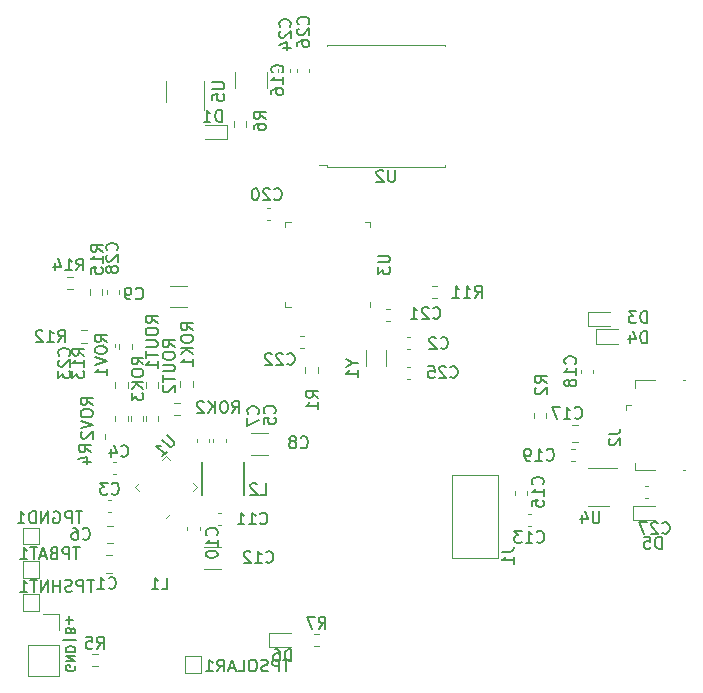
<source format=gbr>
%TF.GenerationSoftware,KiCad,Pcbnew,(5.1.10)-1*%
%TF.CreationDate,2021-11-23T09:49:32-07:00*%
%TF.ProjectId,SolarGPS,536f6c61-7247-4505-932e-6b696361645f,rev?*%
%TF.SameCoordinates,Original*%
%TF.FileFunction,Legend,Bot*%
%TF.FilePolarity,Positive*%
%FSLAX46Y46*%
G04 Gerber Fmt 4.6, Leading zero omitted, Abs format (unit mm)*
G04 Created by KiCad (PCBNEW (5.1.10)-1) date 2021-11-23 09:49:32*
%MOMM*%
%LPD*%
G01*
G04 APERTURE LIST*
%ADD10C,0.150000*%
%ADD11C,0.120000*%
G04 APERTURE END LIST*
D10*
X54550000Y-112135714D02*
X54588095Y-112211904D01*
X54588095Y-112326190D01*
X54550000Y-112440476D01*
X54473809Y-112516666D01*
X54397619Y-112554761D01*
X54245238Y-112592857D01*
X54130952Y-112592857D01*
X53978571Y-112554761D01*
X53902380Y-112516666D01*
X53826190Y-112440476D01*
X53788095Y-112326190D01*
X53788095Y-112250000D01*
X53826190Y-112135714D01*
X53864285Y-112097619D01*
X54130952Y-112097619D01*
X54130952Y-112250000D01*
X53788095Y-111754761D02*
X54588095Y-111754761D01*
X53788095Y-111297619D01*
X54588095Y-111297619D01*
X53788095Y-110916666D02*
X54588095Y-110916666D01*
X54588095Y-110726190D01*
X54550000Y-110611904D01*
X54473809Y-110535714D01*
X54397619Y-110497619D01*
X54245238Y-110459523D01*
X54130952Y-110459523D01*
X53978571Y-110497619D01*
X53902380Y-110535714D01*
X53826190Y-110611904D01*
X53788095Y-110726190D01*
X53788095Y-110916666D01*
X53521428Y-109926190D02*
X54664285Y-109926190D01*
X54207142Y-109088095D02*
X54169047Y-108973809D01*
X54130952Y-108935714D01*
X54054761Y-108897619D01*
X53940476Y-108897619D01*
X53864285Y-108935714D01*
X53826190Y-108973809D01*
X53788095Y-109050000D01*
X53788095Y-109354761D01*
X54588095Y-109354761D01*
X54588095Y-109088095D01*
X54550000Y-109011904D01*
X54511904Y-108973809D01*
X54435714Y-108935714D01*
X54359523Y-108935714D01*
X54283333Y-108973809D01*
X54245238Y-109011904D01*
X54207142Y-109088095D01*
X54207142Y-109354761D01*
X54092857Y-108554761D02*
X54092857Y-107945238D01*
X53788095Y-108250000D02*
X54397619Y-108250000D01*
D11*
%TO.C,U5*%
X62240000Y-64400000D02*
X62240000Y-62600000D01*
X65460000Y-62600000D02*
X65460000Y-65050000D01*
%TO.C,R7*%
X75262258Y-110472500D02*
X74787742Y-110472500D01*
X75262258Y-109427500D02*
X74787742Y-109427500D01*
%TO.C,D6*%
X72850000Y-109350000D02*
X71000000Y-109350000D01*
X72850000Y-110550000D02*
X71000000Y-110550000D01*
X71000000Y-110550000D02*
X71000000Y-109350000D01*
%TO.C,U4*%
X98000000Y-95340000D02*
X100450000Y-95340000D01*
X99800000Y-98560000D02*
X98000000Y-98560000D01*
%TO.C,J2*%
X101240000Y-90015000D02*
X101630000Y-90015000D01*
X101240000Y-90015000D02*
X101240000Y-90465000D01*
X101940000Y-95585000D02*
X101940000Y-94935000D01*
X103670000Y-95585000D02*
X101940000Y-95585000D01*
X106240000Y-87965000D02*
X106030000Y-87965000D01*
X106240000Y-95585000D02*
X106030000Y-95585000D01*
X103670000Y-87965000D02*
X101940000Y-87965000D01*
X101940000Y-87965000D02*
X101940000Y-88625000D01*
%TO.C,D5*%
X103650000Y-98600000D02*
X101800000Y-98600000D01*
X103650000Y-99800000D02*
X101800000Y-99800000D01*
X101800000Y-99800000D02*
X101800000Y-98600000D01*
%TO.C,D4*%
X100500000Y-83650000D02*
X98650000Y-83650000D01*
X100500000Y-84850000D02*
X98650000Y-84850000D01*
X98650000Y-84850000D02*
X98650000Y-83650000D01*
%TO.C,D3*%
X99850000Y-82150000D02*
X98000000Y-82150000D01*
X99850000Y-83350000D02*
X98000000Y-83350000D01*
X98000000Y-83350000D02*
X98000000Y-82150000D01*
%TO.C,C27*%
X102834420Y-96890000D02*
X103115580Y-96890000D01*
X102834420Y-97910000D02*
X103115580Y-97910000D01*
%TO.C,C19*%
X96865580Y-94760000D02*
X96584420Y-94760000D01*
X96865580Y-93740000D02*
X96584420Y-93740000D01*
%TO.C,C17*%
X96638748Y-91715000D02*
X97161252Y-91715000D01*
X96638748Y-93185000D02*
X97161252Y-93185000D01*
%TO.C,U3*%
X79560000Y-75015000D02*
X79560000Y-74540000D01*
X79560000Y-74540000D02*
X79085000Y-74540000D01*
X72340000Y-81285000D02*
X72340000Y-81760000D01*
X72340000Y-81760000D02*
X72815000Y-81760000D01*
X72340000Y-75015000D02*
X72340000Y-74540000D01*
X72340000Y-74540000D02*
X72815000Y-74540000D01*
X79560000Y-81285000D02*
X79560000Y-81760000D01*
%TO.C,D1*%
X65550000Y-67500000D02*
X67400000Y-67500000D01*
X65550000Y-66300000D02*
X67400000Y-66300000D01*
X67400000Y-66300000D02*
X67400000Y-67500000D01*
%TO.C,R6*%
X69072500Y-66037742D02*
X69072500Y-66512258D01*
X68027500Y-66037742D02*
X68027500Y-66512258D01*
%TO.C,C16*%
X68090000Y-63236252D02*
X68090000Y-61813748D01*
X70810000Y-63236252D02*
X70810000Y-61813748D01*
%TO.C,TPGND1*%
X51550000Y-101850000D02*
X51550000Y-100450000D01*
X51550000Y-100450000D02*
X50150000Y-100450000D01*
X50150000Y-100450000D02*
X50150000Y-101850000D01*
X50150000Y-101850000D02*
X51550000Y-101850000D01*
%TO.C,TPSHNT1*%
X51550000Y-107450000D02*
X51550000Y-106050000D01*
X51550000Y-106050000D02*
X50150000Y-106050000D01*
X50150000Y-106050000D02*
X50150000Y-107450000D01*
X50150000Y-107450000D02*
X51550000Y-107450000D01*
%TO.C,R5*%
X56487258Y-111127500D02*
X56012742Y-111127500D01*
X56487258Y-112172500D02*
X56012742Y-112172500D01*
%TO.C,C14*%
X53230000Y-112970000D02*
X50570000Y-112970000D01*
X53230000Y-110370000D02*
X53230000Y-112970000D01*
X50570000Y-110370000D02*
X50570000Y-112970000D01*
X53230000Y-110370000D02*
X50570000Y-110370000D01*
X53230000Y-109100000D02*
X53230000Y-107770000D01*
X53230000Y-107770000D02*
X51900000Y-107770000D01*
%TO.C,TPBAT1*%
X51550000Y-104650000D02*
X51550000Y-103250000D01*
X51550000Y-103250000D02*
X50150000Y-103250000D01*
X50150000Y-103250000D02*
X50150000Y-104650000D01*
X50150000Y-104650000D02*
X51550000Y-104650000D01*
%TO.C,TPSOLAR1*%
X65250000Y-111300000D02*
X63850000Y-111300000D01*
X63850000Y-111300000D02*
X63850000Y-112700000D01*
X63850000Y-112700000D02*
X65250000Y-112700000D01*
X65250000Y-112700000D02*
X65250000Y-111300000D01*
%TO.C,J1*%
X90400000Y-96000000D02*
X86500000Y-96000000D01*
X86500000Y-96000000D02*
X86500000Y-103000000D01*
X90400000Y-103000000D02*
X90400000Y-96000000D01*
X90400000Y-103000000D02*
X86500000Y-103000000D01*
%TO.C,Y1*%
X80925000Y-85425000D02*
X80925000Y-86775000D01*
X79175000Y-85425000D02*
X79175000Y-86775000D01*
%TO.C,U2*%
X75940000Y-69860000D02*
X85860000Y-69860000D01*
X75940000Y-59540000D02*
X85860000Y-59540000D01*
X85860000Y-59690000D02*
X85860000Y-59540000D01*
X75940000Y-59690000D02*
X75940000Y-59540000D01*
X85860000Y-69860000D02*
X85860000Y-69710000D01*
X75940000Y-69860000D02*
X75940000Y-69710000D01*
X75250000Y-69710000D02*
X75940000Y-69710000D01*
%TO.C,U1*%
X64594562Y-97335876D02*
X64930437Y-97000000D01*
X64930437Y-97000000D02*
X64594562Y-96664124D01*
X60005438Y-96664124D02*
X59669563Y-97000000D01*
X59669563Y-97000000D02*
X60005438Y-97335876D01*
X61964124Y-94705438D02*
X62300000Y-94369563D01*
X62300000Y-94369563D02*
X62635876Y-94705438D01*
X62635876Y-99294562D02*
X62300000Y-99630437D01*
%TO.C,ROV2*%
X59022500Y-91437258D02*
X59022500Y-90962742D01*
X57977500Y-91437258D02*
X57977500Y-90962742D01*
%TO.C,ROV1*%
X59022500Y-88612258D02*
X59022500Y-88137742D01*
X57977500Y-88612258D02*
X57977500Y-88137742D01*
%TO.C,ROUT2*%
X61622500Y-91437258D02*
X61622500Y-90962742D01*
X60577500Y-91437258D02*
X60577500Y-90962742D01*
%TO.C,ROUT1*%
X61622500Y-88612258D02*
X61622500Y-88137742D01*
X60577500Y-88612258D02*
X60577500Y-88137742D01*
%TO.C,ROK3*%
X60322500Y-91437258D02*
X60322500Y-90962742D01*
X59277500Y-91437258D02*
X59277500Y-90962742D01*
%TO.C,ROK2*%
X62962742Y-90922500D02*
X63437258Y-90922500D01*
X62962742Y-89877500D02*
X63437258Y-89877500D01*
%TO.C,ROK1*%
X64522500Y-88512258D02*
X64522500Y-88037742D01*
X63477500Y-88512258D02*
X63477500Y-88037742D01*
%TO.C,R15*%
X56872500Y-80737258D02*
X56872500Y-80262742D01*
X55827500Y-80737258D02*
X55827500Y-80262742D01*
%TO.C,R14*%
X54387258Y-79177500D02*
X53912742Y-79177500D01*
X54387258Y-80222500D02*
X53912742Y-80222500D01*
%TO.C,R13*%
X59372500Y-85312258D02*
X59372500Y-84837742D01*
X58327500Y-85312258D02*
X58327500Y-84837742D01*
%TO.C,R12*%
X55562258Y-83727500D02*
X55087742Y-83727500D01*
X55562258Y-84772500D02*
X55087742Y-84772500D01*
%TO.C,R11*%
X84762742Y-81022500D02*
X85237258Y-81022500D01*
X84762742Y-79977500D02*
X85237258Y-79977500D01*
%TO.C,R4*%
X56077500Y-92487742D02*
X56077500Y-92962258D01*
X57122500Y-92487742D02*
X57122500Y-92962258D01*
%TO.C,R2*%
X93427500Y-90712742D02*
X93427500Y-91187258D01*
X94472500Y-90712742D02*
X94472500Y-91187258D01*
%TO.C,R1*%
X74077500Y-86837742D02*
X74077500Y-87312258D01*
X75122500Y-86837742D02*
X75122500Y-87312258D01*
D10*
%TO.C,L2*%
X68900000Y-97700000D02*
X68900000Y-94900000D01*
X65300000Y-97700000D02*
X65300000Y-94900000D01*
D11*
%TO.C,C28*%
X58260000Y-80615580D02*
X58260000Y-80334420D01*
X57240000Y-80615580D02*
X57240000Y-80334420D01*
%TO.C,C26*%
X74410000Y-61840580D02*
X74410000Y-61559420D01*
X73390000Y-61840580D02*
X73390000Y-61559420D01*
%TO.C,C25*%
X82634420Y-87810000D02*
X82915580Y-87810000D01*
X82634420Y-86790000D02*
X82915580Y-86790000D01*
%TO.C,C24*%
X72810000Y-61865580D02*
X72810000Y-61584420D01*
X71790000Y-61865580D02*
X71790000Y-61584420D01*
%TO.C,C23*%
X57960000Y-85165580D02*
X57960000Y-84884420D01*
X56940000Y-85165580D02*
X56940000Y-84884420D01*
%TO.C,C22*%
X73940580Y-84190000D02*
X73659420Y-84190000D01*
X73940580Y-85210000D02*
X73659420Y-85210000D01*
%TO.C,C21*%
X80934420Y-82910000D02*
X81215580Y-82910000D01*
X80934420Y-81890000D02*
X81215580Y-81890000D01*
%TO.C,C20*%
X71090580Y-73340000D02*
X70809420Y-73340000D01*
X71090580Y-74360000D02*
X70809420Y-74360000D01*
%TO.C,C18*%
X97440000Y-87084420D02*
X97440000Y-87365580D01*
X98460000Y-87084420D02*
X98460000Y-87365580D01*
%TO.C,C15*%
X92810000Y-97640580D02*
X92810000Y-97359420D01*
X91790000Y-97640580D02*
X91790000Y-97359420D01*
%TO.C,C13*%
X92884420Y-100310000D02*
X93165580Y-100310000D01*
X92884420Y-99290000D02*
X93165580Y-99290000D01*
%TO.C,C12*%
X65463748Y-103910000D02*
X66886252Y-103910000D01*
X65463748Y-102090000D02*
X66886252Y-102090000D01*
%TO.C,C11*%
X66915580Y-99190000D02*
X66634420Y-99190000D01*
X66915580Y-100210000D02*
X66634420Y-100210000D01*
%TO.C,C10*%
X65110000Y-100665580D02*
X65110000Y-100384420D01*
X64090000Y-100665580D02*
X64090000Y-100384420D01*
%TO.C,C9*%
X62588748Y-81760000D02*
X64011252Y-81760000D01*
X62588748Y-79940000D02*
X64011252Y-79940000D01*
%TO.C,C8*%
X70911252Y-92440000D02*
X69488748Y-92440000D01*
X70911252Y-94260000D02*
X69488748Y-94260000D01*
%TO.C,C7*%
X64890000Y-92884420D02*
X64890000Y-93165580D01*
X65910000Y-92884420D02*
X65910000Y-93165580D01*
%TO.C,C6*%
X57288748Y-101735000D02*
X57811252Y-101735000D01*
X57288748Y-100265000D02*
X57811252Y-100265000D01*
%TO.C,C5*%
X66290000Y-92884420D02*
X66290000Y-93165580D01*
X67310000Y-92884420D02*
X67310000Y-93165580D01*
%TO.C,C4*%
X58040580Y-94890000D02*
X57759420Y-94890000D01*
X58040580Y-95910000D02*
X57759420Y-95910000D01*
%TO.C,C3*%
X57640580Y-98090000D02*
X57359420Y-98090000D01*
X57640580Y-99110000D02*
X57359420Y-99110000D01*
%TO.C,C2*%
X82659420Y-85310000D02*
X82940580Y-85310000D01*
X82659420Y-84290000D02*
X82940580Y-84290000D01*
%TO.C,C1*%
X57711252Y-102765000D02*
X57188748Y-102765000D01*
X57711252Y-104235000D02*
X57188748Y-104235000D01*
%TO.C,U5*%
D10*
X66202380Y-62738095D02*
X67011904Y-62738095D01*
X67107142Y-62785714D01*
X67154761Y-62833333D01*
X67202380Y-62928571D01*
X67202380Y-63119047D01*
X67154761Y-63214285D01*
X67107142Y-63261904D01*
X67011904Y-63309523D01*
X66202380Y-63309523D01*
X66202380Y-64261904D02*
X66202380Y-63785714D01*
X66678571Y-63738095D01*
X66630952Y-63785714D01*
X66583333Y-63880952D01*
X66583333Y-64119047D01*
X66630952Y-64214285D01*
X66678571Y-64261904D01*
X66773809Y-64309523D01*
X67011904Y-64309523D01*
X67107142Y-64261904D01*
X67154761Y-64214285D01*
X67202380Y-64119047D01*
X67202380Y-63880952D01*
X67154761Y-63785714D01*
X67107142Y-63738095D01*
%TO.C,R7*%
X75191666Y-108972380D02*
X75525000Y-108496190D01*
X75763095Y-108972380D02*
X75763095Y-107972380D01*
X75382142Y-107972380D01*
X75286904Y-108020000D01*
X75239285Y-108067619D01*
X75191666Y-108162857D01*
X75191666Y-108305714D01*
X75239285Y-108400952D01*
X75286904Y-108448571D01*
X75382142Y-108496190D01*
X75763095Y-108496190D01*
X74858333Y-107972380D02*
X74191666Y-107972380D01*
X74620238Y-108972380D01*
%TO.C,D6*%
X72888095Y-111702380D02*
X72888095Y-110702380D01*
X72650000Y-110702380D01*
X72507142Y-110750000D01*
X72411904Y-110845238D01*
X72364285Y-110940476D01*
X72316666Y-111130952D01*
X72316666Y-111273809D01*
X72364285Y-111464285D01*
X72411904Y-111559523D01*
X72507142Y-111654761D01*
X72650000Y-111702380D01*
X72888095Y-111702380D01*
X71459523Y-110702380D02*
X71650000Y-110702380D01*
X71745238Y-110750000D01*
X71792857Y-110797619D01*
X71888095Y-110940476D01*
X71935714Y-111130952D01*
X71935714Y-111511904D01*
X71888095Y-111607142D01*
X71840476Y-111654761D01*
X71745238Y-111702380D01*
X71554761Y-111702380D01*
X71459523Y-111654761D01*
X71411904Y-111607142D01*
X71364285Y-111511904D01*
X71364285Y-111273809D01*
X71411904Y-111178571D01*
X71459523Y-111130952D01*
X71554761Y-111083333D01*
X71745238Y-111083333D01*
X71840476Y-111130952D01*
X71888095Y-111178571D01*
X71935714Y-111273809D01*
%TO.C,U4*%
X98961904Y-99052380D02*
X98961904Y-99861904D01*
X98914285Y-99957142D01*
X98866666Y-100004761D01*
X98771428Y-100052380D01*
X98580952Y-100052380D01*
X98485714Y-100004761D01*
X98438095Y-99957142D01*
X98390476Y-99861904D01*
X98390476Y-99052380D01*
X97485714Y-99385714D02*
X97485714Y-100052380D01*
X97723809Y-99004761D02*
X97961904Y-99719047D01*
X97342857Y-99719047D01*
%TO.C,J2*%
X99752380Y-92466666D02*
X100466666Y-92466666D01*
X100609523Y-92419047D01*
X100704761Y-92323809D01*
X100752380Y-92180952D01*
X100752380Y-92085714D01*
X99847619Y-92895238D02*
X99800000Y-92942857D01*
X99752380Y-93038095D01*
X99752380Y-93276190D01*
X99800000Y-93371428D01*
X99847619Y-93419047D01*
X99942857Y-93466666D01*
X100038095Y-93466666D01*
X100180952Y-93419047D01*
X100752380Y-92847619D01*
X100752380Y-93466666D01*
%TO.C,D5*%
X104238095Y-102202380D02*
X104238095Y-101202380D01*
X104000000Y-101202380D01*
X103857142Y-101250000D01*
X103761904Y-101345238D01*
X103714285Y-101440476D01*
X103666666Y-101630952D01*
X103666666Y-101773809D01*
X103714285Y-101964285D01*
X103761904Y-102059523D01*
X103857142Y-102154761D01*
X104000000Y-102202380D01*
X104238095Y-102202380D01*
X102761904Y-101202380D02*
X103238095Y-101202380D01*
X103285714Y-101678571D01*
X103238095Y-101630952D01*
X103142857Y-101583333D01*
X102904761Y-101583333D01*
X102809523Y-101630952D01*
X102761904Y-101678571D01*
X102714285Y-101773809D01*
X102714285Y-102011904D01*
X102761904Y-102107142D01*
X102809523Y-102154761D01*
X102904761Y-102202380D01*
X103142857Y-102202380D01*
X103238095Y-102154761D01*
X103285714Y-102107142D01*
%TO.C,D4*%
X102988095Y-84802380D02*
X102988095Y-83802380D01*
X102750000Y-83802380D01*
X102607142Y-83850000D01*
X102511904Y-83945238D01*
X102464285Y-84040476D01*
X102416666Y-84230952D01*
X102416666Y-84373809D01*
X102464285Y-84564285D01*
X102511904Y-84659523D01*
X102607142Y-84754761D01*
X102750000Y-84802380D01*
X102988095Y-84802380D01*
X101559523Y-84135714D02*
X101559523Y-84802380D01*
X101797619Y-83754761D02*
X102035714Y-84469047D01*
X101416666Y-84469047D01*
%TO.C,D3*%
X102988095Y-83102380D02*
X102988095Y-82102380D01*
X102750000Y-82102380D01*
X102607142Y-82150000D01*
X102511904Y-82245238D01*
X102464285Y-82340476D01*
X102416666Y-82530952D01*
X102416666Y-82673809D01*
X102464285Y-82864285D01*
X102511904Y-82959523D01*
X102607142Y-83054761D01*
X102750000Y-83102380D01*
X102988095Y-83102380D01*
X102083333Y-82102380D02*
X101464285Y-82102380D01*
X101797619Y-82483333D01*
X101654761Y-82483333D01*
X101559523Y-82530952D01*
X101511904Y-82578571D01*
X101464285Y-82673809D01*
X101464285Y-82911904D01*
X101511904Y-83007142D01*
X101559523Y-83054761D01*
X101654761Y-83102380D01*
X101940476Y-83102380D01*
X102035714Y-83054761D01*
X102083333Y-83007142D01*
%TO.C,C27*%
X104292857Y-100857142D02*
X104340476Y-100904761D01*
X104483333Y-100952380D01*
X104578571Y-100952380D01*
X104721428Y-100904761D01*
X104816666Y-100809523D01*
X104864285Y-100714285D01*
X104911904Y-100523809D01*
X104911904Y-100380952D01*
X104864285Y-100190476D01*
X104816666Y-100095238D01*
X104721428Y-100000000D01*
X104578571Y-99952380D01*
X104483333Y-99952380D01*
X104340476Y-100000000D01*
X104292857Y-100047619D01*
X103911904Y-100047619D02*
X103864285Y-100000000D01*
X103769047Y-99952380D01*
X103530952Y-99952380D01*
X103435714Y-100000000D01*
X103388095Y-100047619D01*
X103340476Y-100142857D01*
X103340476Y-100238095D01*
X103388095Y-100380952D01*
X103959523Y-100952380D01*
X103340476Y-100952380D01*
X103007142Y-99952380D02*
X102340476Y-99952380D01*
X102769047Y-100952380D01*
%TO.C,C19*%
X94492857Y-94657142D02*
X94540476Y-94704761D01*
X94683333Y-94752380D01*
X94778571Y-94752380D01*
X94921428Y-94704761D01*
X95016666Y-94609523D01*
X95064285Y-94514285D01*
X95111904Y-94323809D01*
X95111904Y-94180952D01*
X95064285Y-93990476D01*
X95016666Y-93895238D01*
X94921428Y-93800000D01*
X94778571Y-93752380D01*
X94683333Y-93752380D01*
X94540476Y-93800000D01*
X94492857Y-93847619D01*
X93540476Y-94752380D02*
X94111904Y-94752380D01*
X93826190Y-94752380D02*
X93826190Y-93752380D01*
X93921428Y-93895238D01*
X94016666Y-93990476D01*
X94111904Y-94038095D01*
X93064285Y-94752380D02*
X92873809Y-94752380D01*
X92778571Y-94704761D01*
X92730952Y-94657142D01*
X92635714Y-94514285D01*
X92588095Y-94323809D01*
X92588095Y-93942857D01*
X92635714Y-93847619D01*
X92683333Y-93800000D01*
X92778571Y-93752380D01*
X92969047Y-93752380D01*
X93064285Y-93800000D01*
X93111904Y-93847619D01*
X93159523Y-93942857D01*
X93159523Y-94180952D01*
X93111904Y-94276190D01*
X93064285Y-94323809D01*
X92969047Y-94371428D01*
X92778571Y-94371428D01*
X92683333Y-94323809D01*
X92635714Y-94276190D01*
X92588095Y-94180952D01*
%TO.C,C17*%
X96892857Y-91107142D02*
X96940476Y-91154761D01*
X97083333Y-91202380D01*
X97178571Y-91202380D01*
X97321428Y-91154761D01*
X97416666Y-91059523D01*
X97464285Y-90964285D01*
X97511904Y-90773809D01*
X97511904Y-90630952D01*
X97464285Y-90440476D01*
X97416666Y-90345238D01*
X97321428Y-90250000D01*
X97178571Y-90202380D01*
X97083333Y-90202380D01*
X96940476Y-90250000D01*
X96892857Y-90297619D01*
X95940476Y-91202380D02*
X96511904Y-91202380D01*
X96226190Y-91202380D02*
X96226190Y-90202380D01*
X96321428Y-90345238D01*
X96416666Y-90440476D01*
X96511904Y-90488095D01*
X95607142Y-90202380D02*
X94940476Y-90202380D01*
X95369047Y-91202380D01*
%TO.C,U3*%
X80222380Y-77388095D02*
X81031904Y-77388095D01*
X81127142Y-77435714D01*
X81174761Y-77483333D01*
X81222380Y-77578571D01*
X81222380Y-77769047D01*
X81174761Y-77864285D01*
X81127142Y-77911904D01*
X81031904Y-77959523D01*
X80222380Y-77959523D01*
X80222380Y-78340476D02*
X80222380Y-78959523D01*
X80603333Y-78626190D01*
X80603333Y-78769047D01*
X80650952Y-78864285D01*
X80698571Y-78911904D01*
X80793809Y-78959523D01*
X81031904Y-78959523D01*
X81127142Y-78911904D01*
X81174761Y-78864285D01*
X81222380Y-78769047D01*
X81222380Y-78483333D01*
X81174761Y-78388095D01*
X81127142Y-78340476D01*
%TO.C,D1*%
X66988095Y-66052380D02*
X66988095Y-65052380D01*
X66750000Y-65052380D01*
X66607142Y-65100000D01*
X66511904Y-65195238D01*
X66464285Y-65290476D01*
X66416666Y-65480952D01*
X66416666Y-65623809D01*
X66464285Y-65814285D01*
X66511904Y-65909523D01*
X66607142Y-66004761D01*
X66750000Y-66052380D01*
X66988095Y-66052380D01*
X65464285Y-66052380D02*
X66035714Y-66052380D01*
X65750000Y-66052380D02*
X65750000Y-65052380D01*
X65845238Y-65195238D01*
X65940476Y-65290476D01*
X66035714Y-65338095D01*
%TO.C,R6*%
X70702380Y-65833333D02*
X70226190Y-65500000D01*
X70702380Y-65261904D02*
X69702380Y-65261904D01*
X69702380Y-65642857D01*
X69750000Y-65738095D01*
X69797619Y-65785714D01*
X69892857Y-65833333D01*
X70035714Y-65833333D01*
X70130952Y-65785714D01*
X70178571Y-65738095D01*
X70226190Y-65642857D01*
X70226190Y-65261904D01*
X69702380Y-66690476D02*
X69702380Y-66500000D01*
X69750000Y-66404761D01*
X69797619Y-66357142D01*
X69940476Y-66261904D01*
X70130952Y-66214285D01*
X70511904Y-66214285D01*
X70607142Y-66261904D01*
X70654761Y-66309523D01*
X70702380Y-66404761D01*
X70702380Y-66595238D01*
X70654761Y-66690476D01*
X70607142Y-66738095D01*
X70511904Y-66785714D01*
X70273809Y-66785714D01*
X70178571Y-66738095D01*
X70130952Y-66690476D01*
X70083333Y-66595238D01*
X70083333Y-66404761D01*
X70130952Y-66309523D01*
X70178571Y-66261904D01*
X70273809Y-66214285D01*
%TO.C,C16*%
X72107142Y-61882142D02*
X72154761Y-61834523D01*
X72202380Y-61691666D01*
X72202380Y-61596428D01*
X72154761Y-61453571D01*
X72059523Y-61358333D01*
X71964285Y-61310714D01*
X71773809Y-61263095D01*
X71630952Y-61263095D01*
X71440476Y-61310714D01*
X71345238Y-61358333D01*
X71250000Y-61453571D01*
X71202380Y-61596428D01*
X71202380Y-61691666D01*
X71250000Y-61834523D01*
X71297619Y-61882142D01*
X72202380Y-62834523D02*
X72202380Y-62263095D01*
X72202380Y-62548809D02*
X71202380Y-62548809D01*
X71345238Y-62453571D01*
X71440476Y-62358333D01*
X71488095Y-62263095D01*
X71202380Y-63691666D02*
X71202380Y-63501190D01*
X71250000Y-63405952D01*
X71297619Y-63358333D01*
X71440476Y-63263095D01*
X71630952Y-63215476D01*
X72011904Y-63215476D01*
X72107142Y-63263095D01*
X72154761Y-63310714D01*
X72202380Y-63405952D01*
X72202380Y-63596428D01*
X72154761Y-63691666D01*
X72107142Y-63739285D01*
X72011904Y-63786904D01*
X71773809Y-63786904D01*
X71678571Y-63739285D01*
X71630952Y-63691666D01*
X71583333Y-63596428D01*
X71583333Y-63405952D01*
X71630952Y-63310714D01*
X71678571Y-63263095D01*
X71773809Y-63215476D01*
%TO.C,TPGND1*%
X55185714Y-99052380D02*
X54614285Y-99052380D01*
X54900000Y-100052380D02*
X54900000Y-99052380D01*
X54280952Y-100052380D02*
X54280952Y-99052380D01*
X53900000Y-99052380D01*
X53804761Y-99100000D01*
X53757142Y-99147619D01*
X53709523Y-99242857D01*
X53709523Y-99385714D01*
X53757142Y-99480952D01*
X53804761Y-99528571D01*
X53900000Y-99576190D01*
X54280952Y-99576190D01*
X52757142Y-99100000D02*
X52852380Y-99052380D01*
X52995238Y-99052380D01*
X53138095Y-99100000D01*
X53233333Y-99195238D01*
X53280952Y-99290476D01*
X53328571Y-99480952D01*
X53328571Y-99623809D01*
X53280952Y-99814285D01*
X53233333Y-99909523D01*
X53138095Y-100004761D01*
X52995238Y-100052380D01*
X52900000Y-100052380D01*
X52757142Y-100004761D01*
X52709523Y-99957142D01*
X52709523Y-99623809D01*
X52900000Y-99623809D01*
X52280952Y-100052380D02*
X52280952Y-99052380D01*
X51709523Y-100052380D01*
X51709523Y-99052380D01*
X51233333Y-100052380D02*
X51233333Y-99052380D01*
X50995238Y-99052380D01*
X50852380Y-99100000D01*
X50757142Y-99195238D01*
X50709523Y-99290476D01*
X50661904Y-99480952D01*
X50661904Y-99623809D01*
X50709523Y-99814285D01*
X50757142Y-99909523D01*
X50852380Y-100004761D01*
X50995238Y-100052380D01*
X51233333Y-100052380D01*
X49709523Y-100052380D02*
X50280952Y-100052380D01*
X49995238Y-100052380D02*
X49995238Y-99052380D01*
X50090476Y-99195238D01*
X50185714Y-99290476D01*
X50280952Y-99338095D01*
%TO.C,TPSHNT1*%
X56166666Y-104852380D02*
X55595238Y-104852380D01*
X55880952Y-105852380D02*
X55880952Y-104852380D01*
X55261904Y-105852380D02*
X55261904Y-104852380D01*
X54880952Y-104852380D01*
X54785714Y-104900000D01*
X54738095Y-104947619D01*
X54690476Y-105042857D01*
X54690476Y-105185714D01*
X54738095Y-105280952D01*
X54785714Y-105328571D01*
X54880952Y-105376190D01*
X55261904Y-105376190D01*
X54309523Y-105804761D02*
X54166666Y-105852380D01*
X53928571Y-105852380D01*
X53833333Y-105804761D01*
X53785714Y-105757142D01*
X53738095Y-105661904D01*
X53738095Y-105566666D01*
X53785714Y-105471428D01*
X53833333Y-105423809D01*
X53928571Y-105376190D01*
X54119047Y-105328571D01*
X54214285Y-105280952D01*
X54261904Y-105233333D01*
X54309523Y-105138095D01*
X54309523Y-105042857D01*
X54261904Y-104947619D01*
X54214285Y-104900000D01*
X54119047Y-104852380D01*
X53880952Y-104852380D01*
X53738095Y-104900000D01*
X53309523Y-105852380D02*
X53309523Y-104852380D01*
X53309523Y-105328571D02*
X52738095Y-105328571D01*
X52738095Y-105852380D02*
X52738095Y-104852380D01*
X52261904Y-105852380D02*
X52261904Y-104852380D01*
X51690476Y-105852380D01*
X51690476Y-104852380D01*
X51357142Y-104852380D02*
X50785714Y-104852380D01*
X51071428Y-105852380D02*
X51071428Y-104852380D01*
X49928571Y-105852380D02*
X50500000Y-105852380D01*
X50214285Y-105852380D02*
X50214285Y-104852380D01*
X50309523Y-104995238D01*
X50404761Y-105090476D01*
X50500000Y-105138095D01*
%TO.C,R5*%
X56416666Y-110672380D02*
X56750000Y-110196190D01*
X56988095Y-110672380D02*
X56988095Y-109672380D01*
X56607142Y-109672380D01*
X56511904Y-109720000D01*
X56464285Y-109767619D01*
X56416666Y-109862857D01*
X56416666Y-110005714D01*
X56464285Y-110100952D01*
X56511904Y-110148571D01*
X56607142Y-110196190D01*
X56988095Y-110196190D01*
X55511904Y-109672380D02*
X55988095Y-109672380D01*
X56035714Y-110148571D01*
X55988095Y-110100952D01*
X55892857Y-110053333D01*
X55654761Y-110053333D01*
X55559523Y-110100952D01*
X55511904Y-110148571D01*
X55464285Y-110243809D01*
X55464285Y-110481904D01*
X55511904Y-110577142D01*
X55559523Y-110624761D01*
X55654761Y-110672380D01*
X55892857Y-110672380D01*
X55988095Y-110624761D01*
X56035714Y-110577142D01*
%TO.C,TPBAT1*%
X54971428Y-102102380D02*
X54400000Y-102102380D01*
X54685714Y-103102380D02*
X54685714Y-102102380D01*
X54066666Y-103102380D02*
X54066666Y-102102380D01*
X53685714Y-102102380D01*
X53590476Y-102150000D01*
X53542857Y-102197619D01*
X53495238Y-102292857D01*
X53495238Y-102435714D01*
X53542857Y-102530952D01*
X53590476Y-102578571D01*
X53685714Y-102626190D01*
X54066666Y-102626190D01*
X52733333Y-102578571D02*
X52590476Y-102626190D01*
X52542857Y-102673809D01*
X52495238Y-102769047D01*
X52495238Y-102911904D01*
X52542857Y-103007142D01*
X52590476Y-103054761D01*
X52685714Y-103102380D01*
X53066666Y-103102380D01*
X53066666Y-102102380D01*
X52733333Y-102102380D01*
X52638095Y-102150000D01*
X52590476Y-102197619D01*
X52542857Y-102292857D01*
X52542857Y-102388095D01*
X52590476Y-102483333D01*
X52638095Y-102530952D01*
X52733333Y-102578571D01*
X53066666Y-102578571D01*
X52114285Y-102816666D02*
X51638095Y-102816666D01*
X52209523Y-103102380D02*
X51876190Y-102102380D01*
X51542857Y-103102380D01*
X51352380Y-102102380D02*
X50780952Y-102102380D01*
X51066666Y-103102380D02*
X51066666Y-102102380D01*
X49923809Y-103102380D02*
X50495238Y-103102380D01*
X50209523Y-103102380D02*
X50209523Y-102102380D01*
X50304761Y-102245238D01*
X50400000Y-102340476D01*
X50495238Y-102388095D01*
%TO.C,TPSOLAR1*%
X72745238Y-111602380D02*
X72173809Y-111602380D01*
X72459523Y-112602380D02*
X72459523Y-111602380D01*
X71840476Y-112602380D02*
X71840476Y-111602380D01*
X71459523Y-111602380D01*
X71364285Y-111650000D01*
X71316666Y-111697619D01*
X71269047Y-111792857D01*
X71269047Y-111935714D01*
X71316666Y-112030952D01*
X71364285Y-112078571D01*
X71459523Y-112126190D01*
X71840476Y-112126190D01*
X70888095Y-112554761D02*
X70745238Y-112602380D01*
X70507142Y-112602380D01*
X70411904Y-112554761D01*
X70364285Y-112507142D01*
X70316666Y-112411904D01*
X70316666Y-112316666D01*
X70364285Y-112221428D01*
X70411904Y-112173809D01*
X70507142Y-112126190D01*
X70697619Y-112078571D01*
X70792857Y-112030952D01*
X70840476Y-111983333D01*
X70888095Y-111888095D01*
X70888095Y-111792857D01*
X70840476Y-111697619D01*
X70792857Y-111650000D01*
X70697619Y-111602380D01*
X70459523Y-111602380D01*
X70316666Y-111650000D01*
X69697619Y-111602380D02*
X69507142Y-111602380D01*
X69411904Y-111650000D01*
X69316666Y-111745238D01*
X69269047Y-111935714D01*
X69269047Y-112269047D01*
X69316666Y-112459523D01*
X69411904Y-112554761D01*
X69507142Y-112602380D01*
X69697619Y-112602380D01*
X69792857Y-112554761D01*
X69888095Y-112459523D01*
X69935714Y-112269047D01*
X69935714Y-111935714D01*
X69888095Y-111745238D01*
X69792857Y-111650000D01*
X69697619Y-111602380D01*
X68364285Y-112602380D02*
X68840476Y-112602380D01*
X68840476Y-111602380D01*
X68078571Y-112316666D02*
X67602380Y-112316666D01*
X68173809Y-112602380D02*
X67840476Y-111602380D01*
X67507142Y-112602380D01*
X66602380Y-112602380D02*
X66935714Y-112126190D01*
X67173809Y-112602380D02*
X67173809Y-111602380D01*
X66792857Y-111602380D01*
X66697619Y-111650000D01*
X66649999Y-111697619D01*
X66602380Y-111792857D01*
X66602380Y-111935714D01*
X66649999Y-112030952D01*
X66697619Y-112078571D01*
X66792857Y-112126190D01*
X67173809Y-112126190D01*
X65649999Y-112602380D02*
X66221428Y-112602380D01*
X65935714Y-112602380D02*
X65935714Y-111602380D01*
X66030952Y-111745238D01*
X66126190Y-111840476D01*
X66221428Y-111888095D01*
%TO.C,J1*%
X90702380Y-102466666D02*
X91416666Y-102466666D01*
X91559523Y-102419047D01*
X91654761Y-102323809D01*
X91702380Y-102180952D01*
X91702380Y-102085714D01*
X91702380Y-103466666D02*
X91702380Y-102895238D01*
X91702380Y-103180952D02*
X90702380Y-103180952D01*
X90845238Y-103085714D01*
X90940476Y-102990476D01*
X90988095Y-102895238D01*
%TO.C,Y1*%
X78076190Y-86473809D02*
X78552380Y-86473809D01*
X77552380Y-86140476D02*
X78076190Y-86473809D01*
X77552380Y-86807142D01*
X78552380Y-87664285D02*
X78552380Y-87092857D01*
X78552380Y-87378571D02*
X77552380Y-87378571D01*
X77695238Y-87283333D01*
X77790476Y-87188095D01*
X77838095Y-87092857D01*
%TO.C,U2*%
X81661904Y-70152380D02*
X81661904Y-70961904D01*
X81614285Y-71057142D01*
X81566666Y-71104761D01*
X81471428Y-71152380D01*
X81280952Y-71152380D01*
X81185714Y-71104761D01*
X81138095Y-71057142D01*
X81090476Y-70961904D01*
X81090476Y-70152380D01*
X80661904Y-70247619D02*
X80614285Y-70200000D01*
X80519047Y-70152380D01*
X80280952Y-70152380D01*
X80185714Y-70200000D01*
X80138095Y-70247619D01*
X80090476Y-70342857D01*
X80090476Y-70438095D01*
X80138095Y-70580952D01*
X80709523Y-71152380D01*
X80090476Y-71152380D01*
%TO.C,U1*%
X62351522Y-92574026D02*
X62923942Y-93146446D01*
X62957614Y-93247461D01*
X62957614Y-93314805D01*
X62923942Y-93415820D01*
X62789255Y-93550507D01*
X62688240Y-93584179D01*
X62620896Y-93584179D01*
X62519881Y-93550507D01*
X61947461Y-92978087D01*
X61947461Y-94392301D02*
X62351522Y-93988240D01*
X62149492Y-94190270D02*
X61442385Y-93483164D01*
X61610744Y-93516835D01*
X61745431Y-93516835D01*
X61846446Y-93483164D01*
%TO.C,ROV2*%
X56052380Y-90030952D02*
X55576190Y-89697619D01*
X56052380Y-89459523D02*
X55052380Y-89459523D01*
X55052380Y-89840476D01*
X55100000Y-89935714D01*
X55147619Y-89983333D01*
X55242857Y-90030952D01*
X55385714Y-90030952D01*
X55480952Y-89983333D01*
X55528571Y-89935714D01*
X55576190Y-89840476D01*
X55576190Y-89459523D01*
X55052380Y-90650000D02*
X55052380Y-90840476D01*
X55100000Y-90935714D01*
X55195238Y-91030952D01*
X55385714Y-91078571D01*
X55719047Y-91078571D01*
X55909523Y-91030952D01*
X56004761Y-90935714D01*
X56052380Y-90840476D01*
X56052380Y-90650000D01*
X56004761Y-90554761D01*
X55909523Y-90459523D01*
X55719047Y-90411904D01*
X55385714Y-90411904D01*
X55195238Y-90459523D01*
X55100000Y-90554761D01*
X55052380Y-90650000D01*
X55052380Y-91364285D02*
X56052380Y-91697619D01*
X55052380Y-92030952D01*
X55147619Y-92316666D02*
X55100000Y-92364285D01*
X55052380Y-92459523D01*
X55052380Y-92697619D01*
X55100000Y-92792857D01*
X55147619Y-92840476D01*
X55242857Y-92888095D01*
X55338095Y-92888095D01*
X55480952Y-92840476D01*
X56052380Y-92269047D01*
X56052380Y-92888095D01*
%TO.C,ROV1*%
X57252380Y-84680952D02*
X56776190Y-84347619D01*
X57252380Y-84109523D02*
X56252380Y-84109523D01*
X56252380Y-84490476D01*
X56300000Y-84585714D01*
X56347619Y-84633333D01*
X56442857Y-84680952D01*
X56585714Y-84680952D01*
X56680952Y-84633333D01*
X56728571Y-84585714D01*
X56776190Y-84490476D01*
X56776190Y-84109523D01*
X56252380Y-85300000D02*
X56252380Y-85490476D01*
X56300000Y-85585714D01*
X56395238Y-85680952D01*
X56585714Y-85728571D01*
X56919047Y-85728571D01*
X57109523Y-85680952D01*
X57204761Y-85585714D01*
X57252380Y-85490476D01*
X57252380Y-85300000D01*
X57204761Y-85204761D01*
X57109523Y-85109523D01*
X56919047Y-85061904D01*
X56585714Y-85061904D01*
X56395238Y-85109523D01*
X56300000Y-85204761D01*
X56252380Y-85300000D01*
X56252380Y-86014285D02*
X57252380Y-86347619D01*
X56252380Y-86680952D01*
X57252380Y-87538095D02*
X57252380Y-86966666D01*
X57252380Y-87252380D02*
X56252380Y-87252380D01*
X56395238Y-87157142D01*
X56490476Y-87061904D01*
X56538095Y-86966666D01*
%TO.C,ROUT2*%
X63002380Y-85154761D02*
X62526190Y-84821428D01*
X63002380Y-84583333D02*
X62002380Y-84583333D01*
X62002380Y-84964285D01*
X62050000Y-85059523D01*
X62097619Y-85107142D01*
X62192857Y-85154761D01*
X62335714Y-85154761D01*
X62430952Y-85107142D01*
X62478571Y-85059523D01*
X62526190Y-84964285D01*
X62526190Y-84583333D01*
X62002380Y-85773809D02*
X62002380Y-85964285D01*
X62050000Y-86059523D01*
X62145238Y-86154761D01*
X62335714Y-86202380D01*
X62669047Y-86202380D01*
X62859523Y-86154761D01*
X62954761Y-86059523D01*
X63002380Y-85964285D01*
X63002380Y-85773809D01*
X62954761Y-85678571D01*
X62859523Y-85583333D01*
X62669047Y-85535714D01*
X62335714Y-85535714D01*
X62145238Y-85583333D01*
X62050000Y-85678571D01*
X62002380Y-85773809D01*
X62002380Y-86630952D02*
X62811904Y-86630952D01*
X62907142Y-86678571D01*
X62954761Y-86726190D01*
X63002380Y-86821428D01*
X63002380Y-87011904D01*
X62954761Y-87107142D01*
X62907142Y-87154761D01*
X62811904Y-87202380D01*
X62002380Y-87202380D01*
X62002380Y-87535714D02*
X62002380Y-88107142D01*
X63002380Y-87821428D02*
X62002380Y-87821428D01*
X62097619Y-88392857D02*
X62050000Y-88440476D01*
X62002380Y-88535714D01*
X62002380Y-88773809D01*
X62050000Y-88869047D01*
X62097619Y-88916666D01*
X62192857Y-88964285D01*
X62288095Y-88964285D01*
X62430952Y-88916666D01*
X63002380Y-88345238D01*
X63002380Y-88964285D01*
%TO.C,ROUT1*%
X61552380Y-83104761D02*
X61076190Y-82771428D01*
X61552380Y-82533333D02*
X60552380Y-82533333D01*
X60552380Y-82914285D01*
X60600000Y-83009523D01*
X60647619Y-83057142D01*
X60742857Y-83104761D01*
X60885714Y-83104761D01*
X60980952Y-83057142D01*
X61028571Y-83009523D01*
X61076190Y-82914285D01*
X61076190Y-82533333D01*
X60552380Y-83723809D02*
X60552380Y-83914285D01*
X60600000Y-84009523D01*
X60695238Y-84104761D01*
X60885714Y-84152380D01*
X61219047Y-84152380D01*
X61409523Y-84104761D01*
X61504761Y-84009523D01*
X61552380Y-83914285D01*
X61552380Y-83723809D01*
X61504761Y-83628571D01*
X61409523Y-83533333D01*
X61219047Y-83485714D01*
X60885714Y-83485714D01*
X60695238Y-83533333D01*
X60600000Y-83628571D01*
X60552380Y-83723809D01*
X60552380Y-84580952D02*
X61361904Y-84580952D01*
X61457142Y-84628571D01*
X61504761Y-84676190D01*
X61552380Y-84771428D01*
X61552380Y-84961904D01*
X61504761Y-85057142D01*
X61457142Y-85104761D01*
X61361904Y-85152380D01*
X60552380Y-85152380D01*
X60552380Y-85485714D02*
X60552380Y-86057142D01*
X61552380Y-85771428D02*
X60552380Y-85771428D01*
X61552380Y-86914285D02*
X61552380Y-86342857D01*
X61552380Y-86628571D02*
X60552380Y-86628571D01*
X60695238Y-86533333D01*
X60790476Y-86438095D01*
X60838095Y-86342857D01*
%TO.C,ROK3*%
X60352380Y-86609523D02*
X59876190Y-86276190D01*
X60352380Y-86038095D02*
X59352380Y-86038095D01*
X59352380Y-86419047D01*
X59400000Y-86514285D01*
X59447619Y-86561904D01*
X59542857Y-86609523D01*
X59685714Y-86609523D01*
X59780952Y-86561904D01*
X59828571Y-86514285D01*
X59876190Y-86419047D01*
X59876190Y-86038095D01*
X59352380Y-87228571D02*
X59352380Y-87419047D01*
X59400000Y-87514285D01*
X59495238Y-87609523D01*
X59685714Y-87657142D01*
X60019047Y-87657142D01*
X60209523Y-87609523D01*
X60304761Y-87514285D01*
X60352380Y-87419047D01*
X60352380Y-87228571D01*
X60304761Y-87133333D01*
X60209523Y-87038095D01*
X60019047Y-86990476D01*
X59685714Y-86990476D01*
X59495238Y-87038095D01*
X59400000Y-87133333D01*
X59352380Y-87228571D01*
X60352380Y-88085714D02*
X59352380Y-88085714D01*
X60352380Y-88657142D02*
X59780952Y-88228571D01*
X59352380Y-88657142D02*
X59923809Y-88085714D01*
X59352380Y-88990476D02*
X59352380Y-89609523D01*
X59733333Y-89276190D01*
X59733333Y-89419047D01*
X59780952Y-89514285D01*
X59828571Y-89561904D01*
X59923809Y-89609523D01*
X60161904Y-89609523D01*
X60257142Y-89561904D01*
X60304761Y-89514285D01*
X60352380Y-89419047D01*
X60352380Y-89133333D01*
X60304761Y-89038095D01*
X60257142Y-88990476D01*
%TO.C,ROK2*%
X67890476Y-90702380D02*
X68223809Y-90226190D01*
X68461904Y-90702380D02*
X68461904Y-89702380D01*
X68080952Y-89702380D01*
X67985714Y-89750000D01*
X67938095Y-89797619D01*
X67890476Y-89892857D01*
X67890476Y-90035714D01*
X67938095Y-90130952D01*
X67985714Y-90178571D01*
X68080952Y-90226190D01*
X68461904Y-90226190D01*
X67271428Y-89702380D02*
X67080952Y-89702380D01*
X66985714Y-89750000D01*
X66890476Y-89845238D01*
X66842857Y-90035714D01*
X66842857Y-90369047D01*
X66890476Y-90559523D01*
X66985714Y-90654761D01*
X67080952Y-90702380D01*
X67271428Y-90702380D01*
X67366666Y-90654761D01*
X67461904Y-90559523D01*
X67509523Y-90369047D01*
X67509523Y-90035714D01*
X67461904Y-89845238D01*
X67366666Y-89750000D01*
X67271428Y-89702380D01*
X66414285Y-90702380D02*
X66414285Y-89702380D01*
X65842857Y-90702380D02*
X66271428Y-90130952D01*
X65842857Y-89702380D02*
X66414285Y-90273809D01*
X65461904Y-89797619D02*
X65414285Y-89750000D01*
X65319047Y-89702380D01*
X65080952Y-89702380D01*
X64985714Y-89750000D01*
X64938095Y-89797619D01*
X64890476Y-89892857D01*
X64890476Y-89988095D01*
X64938095Y-90130952D01*
X65509523Y-90702380D01*
X64890476Y-90702380D01*
%TO.C,ROK1*%
X64552380Y-83709523D02*
X64076190Y-83376190D01*
X64552380Y-83138095D02*
X63552380Y-83138095D01*
X63552380Y-83519047D01*
X63600000Y-83614285D01*
X63647619Y-83661904D01*
X63742857Y-83709523D01*
X63885714Y-83709523D01*
X63980952Y-83661904D01*
X64028571Y-83614285D01*
X64076190Y-83519047D01*
X64076190Y-83138095D01*
X63552380Y-84328571D02*
X63552380Y-84519047D01*
X63600000Y-84614285D01*
X63695238Y-84709523D01*
X63885714Y-84757142D01*
X64219047Y-84757142D01*
X64409523Y-84709523D01*
X64504761Y-84614285D01*
X64552380Y-84519047D01*
X64552380Y-84328571D01*
X64504761Y-84233333D01*
X64409523Y-84138095D01*
X64219047Y-84090476D01*
X63885714Y-84090476D01*
X63695238Y-84138095D01*
X63600000Y-84233333D01*
X63552380Y-84328571D01*
X64552380Y-85185714D02*
X63552380Y-85185714D01*
X64552380Y-85757142D02*
X63980952Y-85328571D01*
X63552380Y-85757142D02*
X64123809Y-85185714D01*
X64552380Y-86709523D02*
X64552380Y-86138095D01*
X64552380Y-86423809D02*
X63552380Y-86423809D01*
X63695238Y-86328571D01*
X63790476Y-86233333D01*
X63838095Y-86138095D01*
%TO.C,R15*%
X56902380Y-77057142D02*
X56426190Y-76723809D01*
X56902380Y-76485714D02*
X55902380Y-76485714D01*
X55902380Y-76866666D01*
X55950000Y-76961904D01*
X55997619Y-77009523D01*
X56092857Y-77057142D01*
X56235714Y-77057142D01*
X56330952Y-77009523D01*
X56378571Y-76961904D01*
X56426190Y-76866666D01*
X56426190Y-76485714D01*
X56902380Y-78009523D02*
X56902380Y-77438095D01*
X56902380Y-77723809D02*
X55902380Y-77723809D01*
X56045238Y-77628571D01*
X56140476Y-77533333D01*
X56188095Y-77438095D01*
X55902380Y-78914285D02*
X55902380Y-78438095D01*
X56378571Y-78390476D01*
X56330952Y-78438095D01*
X56283333Y-78533333D01*
X56283333Y-78771428D01*
X56330952Y-78866666D01*
X56378571Y-78914285D01*
X56473809Y-78961904D01*
X56711904Y-78961904D01*
X56807142Y-78914285D01*
X56854761Y-78866666D01*
X56902380Y-78771428D01*
X56902380Y-78533333D01*
X56854761Y-78438095D01*
X56807142Y-78390476D01*
%TO.C,R14*%
X54692857Y-78652380D02*
X55026190Y-78176190D01*
X55264285Y-78652380D02*
X55264285Y-77652380D01*
X54883333Y-77652380D01*
X54788095Y-77700000D01*
X54740476Y-77747619D01*
X54692857Y-77842857D01*
X54692857Y-77985714D01*
X54740476Y-78080952D01*
X54788095Y-78128571D01*
X54883333Y-78176190D01*
X55264285Y-78176190D01*
X53740476Y-78652380D02*
X54311904Y-78652380D01*
X54026190Y-78652380D02*
X54026190Y-77652380D01*
X54121428Y-77795238D01*
X54216666Y-77890476D01*
X54311904Y-77938095D01*
X52883333Y-77985714D02*
X52883333Y-78652380D01*
X53121428Y-77604761D02*
X53359523Y-78319047D01*
X52740476Y-78319047D01*
%TO.C,R13*%
X55352380Y-85857142D02*
X54876190Y-85523809D01*
X55352380Y-85285714D02*
X54352380Y-85285714D01*
X54352380Y-85666666D01*
X54400000Y-85761904D01*
X54447619Y-85809523D01*
X54542857Y-85857142D01*
X54685714Y-85857142D01*
X54780952Y-85809523D01*
X54828571Y-85761904D01*
X54876190Y-85666666D01*
X54876190Y-85285714D01*
X55352380Y-86809523D02*
X55352380Y-86238095D01*
X55352380Y-86523809D02*
X54352380Y-86523809D01*
X54495238Y-86428571D01*
X54590476Y-86333333D01*
X54638095Y-86238095D01*
X54352380Y-87142857D02*
X54352380Y-87761904D01*
X54733333Y-87428571D01*
X54733333Y-87571428D01*
X54780952Y-87666666D01*
X54828571Y-87714285D01*
X54923809Y-87761904D01*
X55161904Y-87761904D01*
X55257142Y-87714285D01*
X55304761Y-87666666D01*
X55352380Y-87571428D01*
X55352380Y-87285714D01*
X55304761Y-87190476D01*
X55257142Y-87142857D01*
%TO.C,R12*%
X53142857Y-84702380D02*
X53476190Y-84226190D01*
X53714285Y-84702380D02*
X53714285Y-83702380D01*
X53333333Y-83702380D01*
X53238095Y-83750000D01*
X53190476Y-83797619D01*
X53142857Y-83892857D01*
X53142857Y-84035714D01*
X53190476Y-84130952D01*
X53238095Y-84178571D01*
X53333333Y-84226190D01*
X53714285Y-84226190D01*
X52190476Y-84702380D02*
X52761904Y-84702380D01*
X52476190Y-84702380D02*
X52476190Y-83702380D01*
X52571428Y-83845238D01*
X52666666Y-83940476D01*
X52761904Y-83988095D01*
X51809523Y-83797619D02*
X51761904Y-83750000D01*
X51666666Y-83702380D01*
X51428571Y-83702380D01*
X51333333Y-83750000D01*
X51285714Y-83797619D01*
X51238095Y-83892857D01*
X51238095Y-83988095D01*
X51285714Y-84130952D01*
X51857142Y-84702380D01*
X51238095Y-84702380D01*
%TO.C,R11*%
X88417857Y-80952380D02*
X88751190Y-80476190D01*
X88989285Y-80952380D02*
X88989285Y-79952380D01*
X88608333Y-79952380D01*
X88513095Y-80000000D01*
X88465476Y-80047619D01*
X88417857Y-80142857D01*
X88417857Y-80285714D01*
X88465476Y-80380952D01*
X88513095Y-80428571D01*
X88608333Y-80476190D01*
X88989285Y-80476190D01*
X87465476Y-80952380D02*
X88036904Y-80952380D01*
X87751190Y-80952380D02*
X87751190Y-79952380D01*
X87846428Y-80095238D01*
X87941666Y-80190476D01*
X88036904Y-80238095D01*
X86513095Y-80952380D02*
X87084523Y-80952380D01*
X86798809Y-80952380D02*
X86798809Y-79952380D01*
X86894047Y-80095238D01*
X86989285Y-80190476D01*
X87084523Y-80238095D01*
%TO.C,R4*%
X55902380Y-94033333D02*
X55426190Y-93700000D01*
X55902380Y-93461904D02*
X54902380Y-93461904D01*
X54902380Y-93842857D01*
X54950000Y-93938095D01*
X54997619Y-93985714D01*
X55092857Y-94033333D01*
X55235714Y-94033333D01*
X55330952Y-93985714D01*
X55378571Y-93938095D01*
X55426190Y-93842857D01*
X55426190Y-93461904D01*
X55235714Y-94890476D02*
X55902380Y-94890476D01*
X54854761Y-94652380D02*
X55569047Y-94414285D01*
X55569047Y-95033333D01*
%TO.C,R2*%
X94502380Y-88183333D02*
X94026190Y-87850000D01*
X94502380Y-87611904D02*
X93502380Y-87611904D01*
X93502380Y-87992857D01*
X93550000Y-88088095D01*
X93597619Y-88135714D01*
X93692857Y-88183333D01*
X93835714Y-88183333D01*
X93930952Y-88135714D01*
X93978571Y-88088095D01*
X94026190Y-87992857D01*
X94026190Y-87611904D01*
X93597619Y-88564285D02*
X93550000Y-88611904D01*
X93502380Y-88707142D01*
X93502380Y-88945238D01*
X93550000Y-89040476D01*
X93597619Y-89088095D01*
X93692857Y-89135714D01*
X93788095Y-89135714D01*
X93930952Y-89088095D01*
X94502380Y-88516666D01*
X94502380Y-89135714D01*
%TO.C,R1*%
X75152380Y-89433333D02*
X74676190Y-89100000D01*
X75152380Y-88861904D02*
X74152380Y-88861904D01*
X74152380Y-89242857D01*
X74200000Y-89338095D01*
X74247619Y-89385714D01*
X74342857Y-89433333D01*
X74485714Y-89433333D01*
X74580952Y-89385714D01*
X74628571Y-89338095D01*
X74676190Y-89242857D01*
X74676190Y-88861904D01*
X75152380Y-90385714D02*
X75152380Y-89814285D01*
X75152380Y-90100000D02*
X74152380Y-90100000D01*
X74295238Y-90004761D01*
X74390476Y-89909523D01*
X74438095Y-89814285D01*
%TO.C,L2*%
X70266666Y-97652380D02*
X70742857Y-97652380D01*
X70742857Y-96652380D01*
X69980952Y-96747619D02*
X69933333Y-96700000D01*
X69838095Y-96652380D01*
X69600000Y-96652380D01*
X69504761Y-96700000D01*
X69457142Y-96747619D01*
X69409523Y-96842857D01*
X69409523Y-96938095D01*
X69457142Y-97080952D01*
X70028571Y-97652380D01*
X69409523Y-97652380D01*
%TO.C,L1*%
X61916666Y-105652380D02*
X62392857Y-105652380D01*
X62392857Y-104652380D01*
X61059523Y-105652380D02*
X61630952Y-105652380D01*
X61345238Y-105652380D02*
X61345238Y-104652380D01*
X61440476Y-104795238D01*
X61535714Y-104890476D01*
X61630952Y-104938095D01*
%TO.C,C28*%
X58107142Y-76957142D02*
X58154761Y-76909523D01*
X58202380Y-76766666D01*
X58202380Y-76671428D01*
X58154761Y-76528571D01*
X58059523Y-76433333D01*
X57964285Y-76385714D01*
X57773809Y-76338095D01*
X57630952Y-76338095D01*
X57440476Y-76385714D01*
X57345238Y-76433333D01*
X57250000Y-76528571D01*
X57202380Y-76671428D01*
X57202380Y-76766666D01*
X57250000Y-76909523D01*
X57297619Y-76957142D01*
X57297619Y-77338095D02*
X57250000Y-77385714D01*
X57202380Y-77480952D01*
X57202380Y-77719047D01*
X57250000Y-77814285D01*
X57297619Y-77861904D01*
X57392857Y-77909523D01*
X57488095Y-77909523D01*
X57630952Y-77861904D01*
X58202380Y-77290476D01*
X58202380Y-77909523D01*
X57630952Y-78480952D02*
X57583333Y-78385714D01*
X57535714Y-78338095D01*
X57440476Y-78290476D01*
X57392857Y-78290476D01*
X57297619Y-78338095D01*
X57250000Y-78385714D01*
X57202380Y-78480952D01*
X57202380Y-78671428D01*
X57250000Y-78766666D01*
X57297619Y-78814285D01*
X57392857Y-78861904D01*
X57440476Y-78861904D01*
X57535714Y-78814285D01*
X57583333Y-78766666D01*
X57630952Y-78671428D01*
X57630952Y-78480952D01*
X57678571Y-78385714D01*
X57726190Y-78338095D01*
X57821428Y-78290476D01*
X58011904Y-78290476D01*
X58107142Y-78338095D01*
X58154761Y-78385714D01*
X58202380Y-78480952D01*
X58202380Y-78671428D01*
X58154761Y-78766666D01*
X58107142Y-78814285D01*
X58011904Y-78861904D01*
X57821428Y-78861904D01*
X57726190Y-78814285D01*
X57678571Y-78766666D01*
X57630952Y-78671428D01*
%TO.C,C26*%
X74307142Y-57807142D02*
X74354761Y-57759523D01*
X74402380Y-57616666D01*
X74402380Y-57521428D01*
X74354761Y-57378571D01*
X74259523Y-57283333D01*
X74164285Y-57235714D01*
X73973809Y-57188095D01*
X73830952Y-57188095D01*
X73640476Y-57235714D01*
X73545238Y-57283333D01*
X73450000Y-57378571D01*
X73402380Y-57521428D01*
X73402380Y-57616666D01*
X73450000Y-57759523D01*
X73497619Y-57807142D01*
X73497619Y-58188095D02*
X73450000Y-58235714D01*
X73402380Y-58330952D01*
X73402380Y-58569047D01*
X73450000Y-58664285D01*
X73497619Y-58711904D01*
X73592857Y-58759523D01*
X73688095Y-58759523D01*
X73830952Y-58711904D01*
X74402380Y-58140476D01*
X74402380Y-58759523D01*
X73402380Y-59616666D02*
X73402380Y-59426190D01*
X73450000Y-59330952D01*
X73497619Y-59283333D01*
X73640476Y-59188095D01*
X73830952Y-59140476D01*
X74211904Y-59140476D01*
X74307142Y-59188095D01*
X74354761Y-59235714D01*
X74402380Y-59330952D01*
X74402380Y-59521428D01*
X74354761Y-59616666D01*
X74307142Y-59664285D01*
X74211904Y-59711904D01*
X73973809Y-59711904D01*
X73878571Y-59664285D01*
X73830952Y-59616666D01*
X73783333Y-59521428D01*
X73783333Y-59330952D01*
X73830952Y-59235714D01*
X73878571Y-59188095D01*
X73973809Y-59140476D01*
%TO.C,C25*%
X86342857Y-87657142D02*
X86390476Y-87704761D01*
X86533333Y-87752380D01*
X86628571Y-87752380D01*
X86771428Y-87704761D01*
X86866666Y-87609523D01*
X86914285Y-87514285D01*
X86961904Y-87323809D01*
X86961904Y-87180952D01*
X86914285Y-86990476D01*
X86866666Y-86895238D01*
X86771428Y-86800000D01*
X86628571Y-86752380D01*
X86533333Y-86752380D01*
X86390476Y-86800000D01*
X86342857Y-86847619D01*
X85961904Y-86847619D02*
X85914285Y-86800000D01*
X85819047Y-86752380D01*
X85580952Y-86752380D01*
X85485714Y-86800000D01*
X85438095Y-86847619D01*
X85390476Y-86942857D01*
X85390476Y-87038095D01*
X85438095Y-87180952D01*
X86009523Y-87752380D01*
X85390476Y-87752380D01*
X84485714Y-86752380D02*
X84961904Y-86752380D01*
X85009523Y-87228571D01*
X84961904Y-87180952D01*
X84866666Y-87133333D01*
X84628571Y-87133333D01*
X84533333Y-87180952D01*
X84485714Y-87228571D01*
X84438095Y-87323809D01*
X84438095Y-87561904D01*
X84485714Y-87657142D01*
X84533333Y-87704761D01*
X84628571Y-87752380D01*
X84866666Y-87752380D01*
X84961904Y-87704761D01*
X85009523Y-87657142D01*
%TO.C,C24*%
X72757142Y-58007142D02*
X72804761Y-57959523D01*
X72852380Y-57816666D01*
X72852380Y-57721428D01*
X72804761Y-57578571D01*
X72709523Y-57483333D01*
X72614285Y-57435714D01*
X72423809Y-57388095D01*
X72280952Y-57388095D01*
X72090476Y-57435714D01*
X71995238Y-57483333D01*
X71900000Y-57578571D01*
X71852380Y-57721428D01*
X71852380Y-57816666D01*
X71900000Y-57959523D01*
X71947619Y-58007142D01*
X71947619Y-58388095D02*
X71900000Y-58435714D01*
X71852380Y-58530952D01*
X71852380Y-58769047D01*
X71900000Y-58864285D01*
X71947619Y-58911904D01*
X72042857Y-58959523D01*
X72138095Y-58959523D01*
X72280952Y-58911904D01*
X72852380Y-58340476D01*
X72852380Y-58959523D01*
X72185714Y-59816666D02*
X72852380Y-59816666D01*
X71804761Y-59578571D02*
X72519047Y-59340476D01*
X72519047Y-59959523D01*
%TO.C,C23*%
X54057142Y-85857142D02*
X54104761Y-85809523D01*
X54152380Y-85666666D01*
X54152380Y-85571428D01*
X54104761Y-85428571D01*
X54009523Y-85333333D01*
X53914285Y-85285714D01*
X53723809Y-85238095D01*
X53580952Y-85238095D01*
X53390476Y-85285714D01*
X53295238Y-85333333D01*
X53200000Y-85428571D01*
X53152380Y-85571428D01*
X53152380Y-85666666D01*
X53200000Y-85809523D01*
X53247619Y-85857142D01*
X53247619Y-86238095D02*
X53200000Y-86285714D01*
X53152380Y-86380952D01*
X53152380Y-86619047D01*
X53200000Y-86714285D01*
X53247619Y-86761904D01*
X53342857Y-86809523D01*
X53438095Y-86809523D01*
X53580952Y-86761904D01*
X54152380Y-86190476D01*
X54152380Y-86809523D01*
X53152380Y-87142857D02*
X53152380Y-87761904D01*
X53533333Y-87428571D01*
X53533333Y-87571428D01*
X53580952Y-87666666D01*
X53628571Y-87714285D01*
X53723809Y-87761904D01*
X53961904Y-87761904D01*
X54057142Y-87714285D01*
X54104761Y-87666666D01*
X54152380Y-87571428D01*
X54152380Y-87285714D01*
X54104761Y-87190476D01*
X54057142Y-87142857D01*
%TO.C,C22*%
X72542857Y-86557142D02*
X72590476Y-86604761D01*
X72733333Y-86652380D01*
X72828571Y-86652380D01*
X72971428Y-86604761D01*
X73066666Y-86509523D01*
X73114285Y-86414285D01*
X73161904Y-86223809D01*
X73161904Y-86080952D01*
X73114285Y-85890476D01*
X73066666Y-85795238D01*
X72971428Y-85700000D01*
X72828571Y-85652380D01*
X72733333Y-85652380D01*
X72590476Y-85700000D01*
X72542857Y-85747619D01*
X72161904Y-85747619D02*
X72114285Y-85700000D01*
X72019047Y-85652380D01*
X71780952Y-85652380D01*
X71685714Y-85700000D01*
X71638095Y-85747619D01*
X71590476Y-85842857D01*
X71590476Y-85938095D01*
X71638095Y-86080952D01*
X72209523Y-86652380D01*
X71590476Y-86652380D01*
X71209523Y-85747619D02*
X71161904Y-85700000D01*
X71066666Y-85652380D01*
X70828571Y-85652380D01*
X70733333Y-85700000D01*
X70685714Y-85747619D01*
X70638095Y-85842857D01*
X70638095Y-85938095D01*
X70685714Y-86080952D01*
X71257142Y-86652380D01*
X70638095Y-86652380D01*
%TO.C,C21*%
X84892857Y-82657142D02*
X84940476Y-82704761D01*
X85083333Y-82752380D01*
X85178571Y-82752380D01*
X85321428Y-82704761D01*
X85416666Y-82609523D01*
X85464285Y-82514285D01*
X85511904Y-82323809D01*
X85511904Y-82180952D01*
X85464285Y-81990476D01*
X85416666Y-81895238D01*
X85321428Y-81800000D01*
X85178571Y-81752380D01*
X85083333Y-81752380D01*
X84940476Y-81800000D01*
X84892857Y-81847619D01*
X84511904Y-81847619D02*
X84464285Y-81800000D01*
X84369047Y-81752380D01*
X84130952Y-81752380D01*
X84035714Y-81800000D01*
X83988095Y-81847619D01*
X83940476Y-81942857D01*
X83940476Y-82038095D01*
X83988095Y-82180952D01*
X84559523Y-82752380D01*
X83940476Y-82752380D01*
X82988095Y-82752380D02*
X83559523Y-82752380D01*
X83273809Y-82752380D02*
X83273809Y-81752380D01*
X83369047Y-81895238D01*
X83464285Y-81990476D01*
X83559523Y-82038095D01*
%TO.C,C20*%
X71442857Y-72607142D02*
X71490476Y-72654761D01*
X71633333Y-72702380D01*
X71728571Y-72702380D01*
X71871428Y-72654761D01*
X71966666Y-72559523D01*
X72014285Y-72464285D01*
X72061904Y-72273809D01*
X72061904Y-72130952D01*
X72014285Y-71940476D01*
X71966666Y-71845238D01*
X71871428Y-71750000D01*
X71728571Y-71702380D01*
X71633333Y-71702380D01*
X71490476Y-71750000D01*
X71442857Y-71797619D01*
X71061904Y-71797619D02*
X71014285Y-71750000D01*
X70919047Y-71702380D01*
X70680952Y-71702380D01*
X70585714Y-71750000D01*
X70538095Y-71797619D01*
X70490476Y-71892857D01*
X70490476Y-71988095D01*
X70538095Y-72130952D01*
X71109523Y-72702380D01*
X70490476Y-72702380D01*
X69871428Y-71702380D02*
X69776190Y-71702380D01*
X69680952Y-71750000D01*
X69633333Y-71797619D01*
X69585714Y-71892857D01*
X69538095Y-72083333D01*
X69538095Y-72321428D01*
X69585714Y-72511904D01*
X69633333Y-72607142D01*
X69680952Y-72654761D01*
X69776190Y-72702380D01*
X69871428Y-72702380D01*
X69966666Y-72654761D01*
X70014285Y-72607142D01*
X70061904Y-72511904D01*
X70109523Y-72321428D01*
X70109523Y-72083333D01*
X70061904Y-71892857D01*
X70014285Y-71797619D01*
X69966666Y-71750000D01*
X69871428Y-71702380D01*
%TO.C,C18*%
X96907142Y-86557142D02*
X96954761Y-86509523D01*
X97002380Y-86366666D01*
X97002380Y-86271428D01*
X96954761Y-86128571D01*
X96859523Y-86033333D01*
X96764285Y-85985714D01*
X96573809Y-85938095D01*
X96430952Y-85938095D01*
X96240476Y-85985714D01*
X96145238Y-86033333D01*
X96050000Y-86128571D01*
X96002380Y-86271428D01*
X96002380Y-86366666D01*
X96050000Y-86509523D01*
X96097619Y-86557142D01*
X97002380Y-87509523D02*
X97002380Y-86938095D01*
X97002380Y-87223809D02*
X96002380Y-87223809D01*
X96145238Y-87128571D01*
X96240476Y-87033333D01*
X96288095Y-86938095D01*
X96430952Y-88080952D02*
X96383333Y-87985714D01*
X96335714Y-87938095D01*
X96240476Y-87890476D01*
X96192857Y-87890476D01*
X96097619Y-87938095D01*
X96050000Y-87985714D01*
X96002380Y-88080952D01*
X96002380Y-88271428D01*
X96050000Y-88366666D01*
X96097619Y-88414285D01*
X96192857Y-88461904D01*
X96240476Y-88461904D01*
X96335714Y-88414285D01*
X96383333Y-88366666D01*
X96430952Y-88271428D01*
X96430952Y-88080952D01*
X96478571Y-87985714D01*
X96526190Y-87938095D01*
X96621428Y-87890476D01*
X96811904Y-87890476D01*
X96907142Y-87938095D01*
X96954761Y-87985714D01*
X97002380Y-88080952D01*
X97002380Y-88271428D01*
X96954761Y-88366666D01*
X96907142Y-88414285D01*
X96811904Y-88461904D01*
X96621428Y-88461904D01*
X96526190Y-88414285D01*
X96478571Y-88366666D01*
X96430952Y-88271428D01*
%TO.C,C15*%
X94157142Y-96757142D02*
X94204761Y-96709523D01*
X94252380Y-96566666D01*
X94252380Y-96471428D01*
X94204761Y-96328571D01*
X94109523Y-96233333D01*
X94014285Y-96185714D01*
X93823809Y-96138095D01*
X93680952Y-96138095D01*
X93490476Y-96185714D01*
X93395238Y-96233333D01*
X93300000Y-96328571D01*
X93252380Y-96471428D01*
X93252380Y-96566666D01*
X93300000Y-96709523D01*
X93347619Y-96757142D01*
X94252380Y-97709523D02*
X94252380Y-97138095D01*
X94252380Y-97423809D02*
X93252380Y-97423809D01*
X93395238Y-97328571D01*
X93490476Y-97233333D01*
X93538095Y-97138095D01*
X93252380Y-98614285D02*
X93252380Y-98138095D01*
X93728571Y-98090476D01*
X93680952Y-98138095D01*
X93633333Y-98233333D01*
X93633333Y-98471428D01*
X93680952Y-98566666D01*
X93728571Y-98614285D01*
X93823809Y-98661904D01*
X94061904Y-98661904D01*
X94157142Y-98614285D01*
X94204761Y-98566666D01*
X94252380Y-98471428D01*
X94252380Y-98233333D01*
X94204761Y-98138095D01*
X94157142Y-98090476D01*
%TO.C,C13*%
X93667857Y-101607142D02*
X93715476Y-101654761D01*
X93858333Y-101702380D01*
X93953571Y-101702380D01*
X94096428Y-101654761D01*
X94191666Y-101559523D01*
X94239285Y-101464285D01*
X94286904Y-101273809D01*
X94286904Y-101130952D01*
X94239285Y-100940476D01*
X94191666Y-100845238D01*
X94096428Y-100750000D01*
X93953571Y-100702380D01*
X93858333Y-100702380D01*
X93715476Y-100750000D01*
X93667857Y-100797619D01*
X92715476Y-101702380D02*
X93286904Y-101702380D01*
X93001190Y-101702380D02*
X93001190Y-100702380D01*
X93096428Y-100845238D01*
X93191666Y-100940476D01*
X93286904Y-100988095D01*
X92382142Y-100702380D02*
X91763095Y-100702380D01*
X92096428Y-101083333D01*
X91953571Y-101083333D01*
X91858333Y-101130952D01*
X91810714Y-101178571D01*
X91763095Y-101273809D01*
X91763095Y-101511904D01*
X91810714Y-101607142D01*
X91858333Y-101654761D01*
X91953571Y-101702380D01*
X92239285Y-101702380D01*
X92334523Y-101654761D01*
X92382142Y-101607142D01*
%TO.C,C12*%
X70742857Y-103307142D02*
X70790476Y-103354761D01*
X70933333Y-103402380D01*
X71028571Y-103402380D01*
X71171428Y-103354761D01*
X71266666Y-103259523D01*
X71314285Y-103164285D01*
X71361904Y-102973809D01*
X71361904Y-102830952D01*
X71314285Y-102640476D01*
X71266666Y-102545238D01*
X71171428Y-102450000D01*
X71028571Y-102402380D01*
X70933333Y-102402380D01*
X70790476Y-102450000D01*
X70742857Y-102497619D01*
X69790476Y-103402380D02*
X70361904Y-103402380D01*
X70076190Y-103402380D02*
X70076190Y-102402380D01*
X70171428Y-102545238D01*
X70266666Y-102640476D01*
X70361904Y-102688095D01*
X69409523Y-102497619D02*
X69361904Y-102450000D01*
X69266666Y-102402380D01*
X69028571Y-102402380D01*
X68933333Y-102450000D01*
X68885714Y-102497619D01*
X68838095Y-102592857D01*
X68838095Y-102688095D01*
X68885714Y-102830952D01*
X69457142Y-103402380D01*
X68838095Y-103402380D01*
%TO.C,C11*%
X70242857Y-100057142D02*
X70290476Y-100104761D01*
X70433333Y-100152380D01*
X70528571Y-100152380D01*
X70671428Y-100104761D01*
X70766666Y-100009523D01*
X70814285Y-99914285D01*
X70861904Y-99723809D01*
X70861904Y-99580952D01*
X70814285Y-99390476D01*
X70766666Y-99295238D01*
X70671428Y-99200000D01*
X70528571Y-99152380D01*
X70433333Y-99152380D01*
X70290476Y-99200000D01*
X70242857Y-99247619D01*
X69290476Y-100152380D02*
X69861904Y-100152380D01*
X69576190Y-100152380D02*
X69576190Y-99152380D01*
X69671428Y-99295238D01*
X69766666Y-99390476D01*
X69861904Y-99438095D01*
X68338095Y-100152380D02*
X68909523Y-100152380D01*
X68623809Y-100152380D02*
X68623809Y-99152380D01*
X68719047Y-99295238D01*
X68814285Y-99390476D01*
X68909523Y-99438095D01*
%TO.C,C10*%
X66557142Y-101057142D02*
X66604761Y-101009523D01*
X66652380Y-100866666D01*
X66652380Y-100771428D01*
X66604761Y-100628571D01*
X66509523Y-100533333D01*
X66414285Y-100485714D01*
X66223809Y-100438095D01*
X66080952Y-100438095D01*
X65890476Y-100485714D01*
X65795238Y-100533333D01*
X65700000Y-100628571D01*
X65652380Y-100771428D01*
X65652380Y-100866666D01*
X65700000Y-101009523D01*
X65747619Y-101057142D01*
X66652380Y-102009523D02*
X66652380Y-101438095D01*
X66652380Y-101723809D02*
X65652380Y-101723809D01*
X65795238Y-101628571D01*
X65890476Y-101533333D01*
X65938095Y-101438095D01*
X65652380Y-102628571D02*
X65652380Y-102723809D01*
X65700000Y-102819047D01*
X65747619Y-102866666D01*
X65842857Y-102914285D01*
X66033333Y-102961904D01*
X66271428Y-102961904D01*
X66461904Y-102914285D01*
X66557142Y-102866666D01*
X66604761Y-102819047D01*
X66652380Y-102723809D01*
X66652380Y-102628571D01*
X66604761Y-102533333D01*
X66557142Y-102485714D01*
X66461904Y-102438095D01*
X66271428Y-102390476D01*
X66033333Y-102390476D01*
X65842857Y-102438095D01*
X65747619Y-102485714D01*
X65700000Y-102533333D01*
X65652380Y-102628571D01*
%TO.C,C9*%
X59716666Y-81007142D02*
X59764285Y-81054761D01*
X59907142Y-81102380D01*
X60002380Y-81102380D01*
X60145238Y-81054761D01*
X60240476Y-80959523D01*
X60288095Y-80864285D01*
X60335714Y-80673809D01*
X60335714Y-80530952D01*
X60288095Y-80340476D01*
X60240476Y-80245238D01*
X60145238Y-80150000D01*
X60002380Y-80102380D01*
X59907142Y-80102380D01*
X59764285Y-80150000D01*
X59716666Y-80197619D01*
X59240476Y-81102380D02*
X59050000Y-81102380D01*
X58954761Y-81054761D01*
X58907142Y-81007142D01*
X58811904Y-80864285D01*
X58764285Y-80673809D01*
X58764285Y-80292857D01*
X58811904Y-80197619D01*
X58859523Y-80150000D01*
X58954761Y-80102380D01*
X59145238Y-80102380D01*
X59240476Y-80150000D01*
X59288095Y-80197619D01*
X59335714Y-80292857D01*
X59335714Y-80530952D01*
X59288095Y-80626190D01*
X59240476Y-80673809D01*
X59145238Y-80721428D01*
X58954761Y-80721428D01*
X58859523Y-80673809D01*
X58811904Y-80626190D01*
X58764285Y-80530952D01*
%TO.C,C8*%
X73666666Y-93607142D02*
X73714285Y-93654761D01*
X73857142Y-93702380D01*
X73952380Y-93702380D01*
X74095238Y-93654761D01*
X74190476Y-93559523D01*
X74238095Y-93464285D01*
X74285714Y-93273809D01*
X74285714Y-93130952D01*
X74238095Y-92940476D01*
X74190476Y-92845238D01*
X74095238Y-92750000D01*
X73952380Y-92702380D01*
X73857142Y-92702380D01*
X73714285Y-92750000D01*
X73666666Y-92797619D01*
X73095238Y-93130952D02*
X73190476Y-93083333D01*
X73238095Y-93035714D01*
X73285714Y-92940476D01*
X73285714Y-92892857D01*
X73238095Y-92797619D01*
X73190476Y-92750000D01*
X73095238Y-92702380D01*
X72904761Y-92702380D01*
X72809523Y-92750000D01*
X72761904Y-92797619D01*
X72714285Y-92892857D01*
X72714285Y-92940476D01*
X72761904Y-93035714D01*
X72809523Y-93083333D01*
X72904761Y-93130952D01*
X73095238Y-93130952D01*
X73190476Y-93178571D01*
X73238095Y-93226190D01*
X73285714Y-93321428D01*
X73285714Y-93511904D01*
X73238095Y-93607142D01*
X73190476Y-93654761D01*
X73095238Y-93702380D01*
X72904761Y-93702380D01*
X72809523Y-93654761D01*
X72761904Y-93607142D01*
X72714285Y-93511904D01*
X72714285Y-93321428D01*
X72761904Y-93226190D01*
X72809523Y-93178571D01*
X72904761Y-93130952D01*
%TO.C,C7*%
X70057142Y-90783333D02*
X70104761Y-90735714D01*
X70152380Y-90592857D01*
X70152380Y-90497619D01*
X70104761Y-90354761D01*
X70009523Y-90259523D01*
X69914285Y-90211904D01*
X69723809Y-90164285D01*
X69580952Y-90164285D01*
X69390476Y-90211904D01*
X69295238Y-90259523D01*
X69200000Y-90354761D01*
X69152380Y-90497619D01*
X69152380Y-90592857D01*
X69200000Y-90735714D01*
X69247619Y-90783333D01*
X69152380Y-91116666D02*
X69152380Y-91783333D01*
X70152380Y-91354761D01*
%TO.C,C6*%
X55216666Y-101357142D02*
X55264285Y-101404761D01*
X55407142Y-101452380D01*
X55502380Y-101452380D01*
X55645238Y-101404761D01*
X55740476Y-101309523D01*
X55788095Y-101214285D01*
X55835714Y-101023809D01*
X55835714Y-100880952D01*
X55788095Y-100690476D01*
X55740476Y-100595238D01*
X55645238Y-100500000D01*
X55502380Y-100452380D01*
X55407142Y-100452380D01*
X55264285Y-100500000D01*
X55216666Y-100547619D01*
X54359523Y-100452380D02*
X54550000Y-100452380D01*
X54645238Y-100500000D01*
X54692857Y-100547619D01*
X54788095Y-100690476D01*
X54835714Y-100880952D01*
X54835714Y-101261904D01*
X54788095Y-101357142D01*
X54740476Y-101404761D01*
X54645238Y-101452380D01*
X54454761Y-101452380D01*
X54359523Y-101404761D01*
X54311904Y-101357142D01*
X54264285Y-101261904D01*
X54264285Y-101023809D01*
X54311904Y-100928571D01*
X54359523Y-100880952D01*
X54454761Y-100833333D01*
X54645238Y-100833333D01*
X54740476Y-100880952D01*
X54788095Y-100928571D01*
X54835714Y-101023809D01*
%TO.C,C5*%
X71457142Y-90733333D02*
X71504761Y-90685714D01*
X71552380Y-90542857D01*
X71552380Y-90447619D01*
X71504761Y-90304761D01*
X71409523Y-90209523D01*
X71314285Y-90161904D01*
X71123809Y-90114285D01*
X70980952Y-90114285D01*
X70790476Y-90161904D01*
X70695238Y-90209523D01*
X70600000Y-90304761D01*
X70552380Y-90447619D01*
X70552380Y-90542857D01*
X70600000Y-90685714D01*
X70647619Y-90733333D01*
X70552380Y-91638095D02*
X70552380Y-91161904D01*
X71028571Y-91114285D01*
X70980952Y-91161904D01*
X70933333Y-91257142D01*
X70933333Y-91495238D01*
X70980952Y-91590476D01*
X71028571Y-91638095D01*
X71123809Y-91685714D01*
X71361904Y-91685714D01*
X71457142Y-91638095D01*
X71504761Y-91590476D01*
X71552380Y-91495238D01*
X71552380Y-91257142D01*
X71504761Y-91161904D01*
X71457142Y-91114285D01*
%TO.C,C4*%
X58466666Y-94357142D02*
X58514285Y-94404761D01*
X58657142Y-94452380D01*
X58752380Y-94452380D01*
X58895238Y-94404761D01*
X58990476Y-94309523D01*
X59038095Y-94214285D01*
X59085714Y-94023809D01*
X59085714Y-93880952D01*
X59038095Y-93690476D01*
X58990476Y-93595238D01*
X58895238Y-93500000D01*
X58752380Y-93452380D01*
X58657142Y-93452380D01*
X58514285Y-93500000D01*
X58466666Y-93547619D01*
X57609523Y-93785714D02*
X57609523Y-94452380D01*
X57847619Y-93404761D02*
X58085714Y-94119047D01*
X57466666Y-94119047D01*
%TO.C,C3*%
X57666666Y-97527142D02*
X57714285Y-97574761D01*
X57857142Y-97622380D01*
X57952380Y-97622380D01*
X58095238Y-97574761D01*
X58190476Y-97479523D01*
X58238095Y-97384285D01*
X58285714Y-97193809D01*
X58285714Y-97050952D01*
X58238095Y-96860476D01*
X58190476Y-96765238D01*
X58095238Y-96670000D01*
X57952380Y-96622380D01*
X57857142Y-96622380D01*
X57714285Y-96670000D01*
X57666666Y-96717619D01*
X57333333Y-96622380D02*
X56714285Y-96622380D01*
X57047619Y-97003333D01*
X56904761Y-97003333D01*
X56809523Y-97050952D01*
X56761904Y-97098571D01*
X56714285Y-97193809D01*
X56714285Y-97431904D01*
X56761904Y-97527142D01*
X56809523Y-97574761D01*
X56904761Y-97622380D01*
X57190476Y-97622380D01*
X57285714Y-97574761D01*
X57333333Y-97527142D01*
%TO.C,C2*%
X85516666Y-85207142D02*
X85564285Y-85254761D01*
X85707142Y-85302380D01*
X85802380Y-85302380D01*
X85945238Y-85254761D01*
X86040476Y-85159523D01*
X86088095Y-85064285D01*
X86135714Y-84873809D01*
X86135714Y-84730952D01*
X86088095Y-84540476D01*
X86040476Y-84445238D01*
X85945238Y-84350000D01*
X85802380Y-84302380D01*
X85707142Y-84302380D01*
X85564285Y-84350000D01*
X85516666Y-84397619D01*
X85135714Y-84397619D02*
X85088095Y-84350000D01*
X84992857Y-84302380D01*
X84754761Y-84302380D01*
X84659523Y-84350000D01*
X84611904Y-84397619D01*
X84564285Y-84492857D01*
X84564285Y-84588095D01*
X84611904Y-84730952D01*
X85183333Y-85302380D01*
X84564285Y-85302380D01*
%TO.C,C1*%
X57416666Y-105507142D02*
X57464285Y-105554761D01*
X57607142Y-105602380D01*
X57702380Y-105602380D01*
X57845238Y-105554761D01*
X57940476Y-105459523D01*
X57988095Y-105364285D01*
X58035714Y-105173809D01*
X58035714Y-105030952D01*
X57988095Y-104840476D01*
X57940476Y-104745238D01*
X57845238Y-104650000D01*
X57702380Y-104602380D01*
X57607142Y-104602380D01*
X57464285Y-104650000D01*
X57416666Y-104697619D01*
X56464285Y-105602380D02*
X57035714Y-105602380D01*
X56750000Y-105602380D02*
X56750000Y-104602380D01*
X56845238Y-104745238D01*
X56940476Y-104840476D01*
X57035714Y-104888095D01*
%TD*%
M02*

</source>
